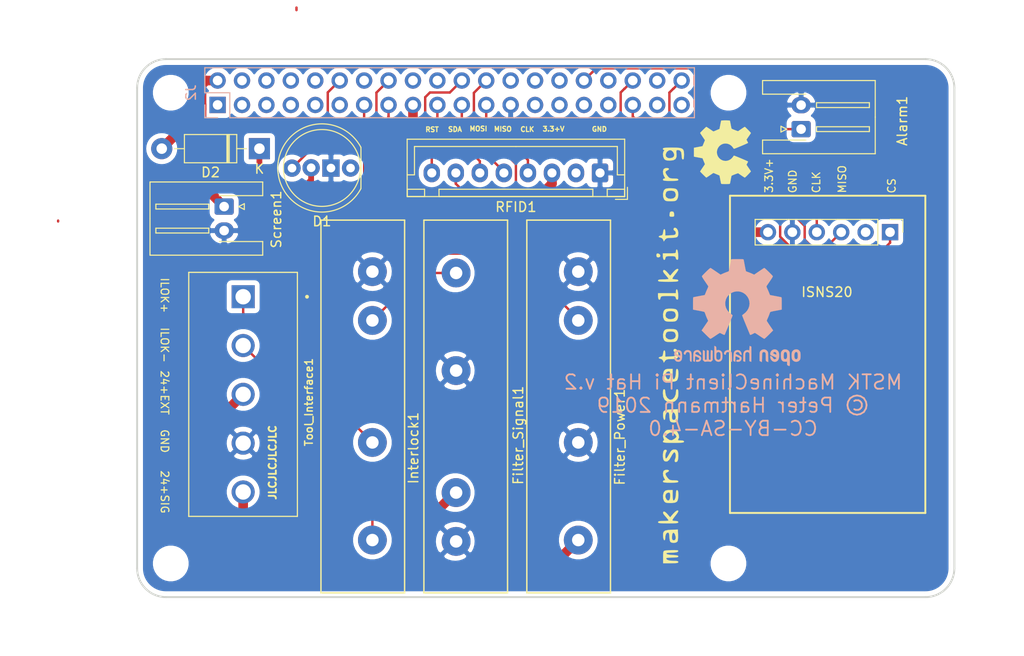
<source format=kicad_pcb>
(kicad_pcb (version 20171130) (host pcbnew "(5.1.4-0)")
  (layers (0 F.Cu signal) (31 B.Cu signal) (34 B.Paste user) (35 F.Paste user) (36 B.SilkS user) (37 F.SilkS user) (38 B.Mask user) (39 F.Mask user) (44 Edge.Cuts user))
  (net 0 "")
  (net 1 +3V3)
  (net 2 GND)
  (net 3 +5V)
  (net 4 Interlock-)
  (net 5 Interlock+)
  (net 6 24V_EXT)
  (net 7 +24V)
  (net 8 "Net-(J2-Pad20)")
  (net 9 "Net-(J2-Pad18)")
  (net 10 "Net-(J2-Pad14)")
  (net 11 "Net-(J2-Pad10)")
  (net 12 "Net-(J2-Pad9)")
  (net 13 "Net-(J2-Pad8)")
  (net 14 "Net-(J2-Pad5)")
  (net 15 "Net-(J2-Pad4)")
  (net 16 "Net-(J2-Pad3)")
  (net 17 "Net-(J2-Pad38)")
  (net 18 "Net-(J2-Pad37)")
  (net 19 "Net-(J2-Pad34)")
  (net 20 "Net-(J2-Pad30)")
  (net 21 "Net-(J2-Pad28)")
  (net 22 "Net-(J2-Pad27)")
  (net 23 "Net-(J2-Pad26)")
  (net 24 "Net-(J2-Pad6)")
  (net 25 Alarm)
  (net 26 "Net-(J2-Pad33)")
  (net 27 "Net-(J2-Pad31)")
  (net 28 "Net-(J2-Pad29)")
  (net 29 GPIO_22)
  (net 30 GPIO_27)
  (net 31 "Net-(J2-Pad1)")
  (net 32 SPI1_CLK)
  (net 33 "Net-(J2-Pad39)")
  (net 34 SPI1_CE2)
  (net 35 SPI1_MISO)
  (net 36 SPI0_SDA)
  (net 37 SPI0_CLK)
  (net 38 RST)
  (net 39 SPI0_MISO)
  (net 40 SPI0_MOSI)
  (net 41 "Net-(J2-Pad7)")
  (net 42 "Net-(ISNS20-Pad2)")
  (net 43 "Net-(RFID1-Pad2)")
  (net 44 GPIO_23)
  (net 45 "Net-(J2-Pad11)")
  (net 46 "Net-(D1-Pad3)")
  (net 47 DIN)
  (net 48 "Net-(D1-Pad2)")
  (module Symbol:OSHW-Logo2_14.6x12mm_SilkScreen (layer B.Cu) (at 38.82 12.71 180)
    (fp_text reference REF** hide)
    (fp_text value OSHW-Logo2_14.6x12mm_SilkScreen hide)
  )
  (module Symbol:OSHW-Symbol_6.7x6mm_SilkScreen (layer F.Cu) (at 37.28 -3.96 90)
    (fp_text reference REF** hide)
    (fp_text value OSHW-Symbol_6.7x6mm_SilkScreen hide)
  )
  (module LED_THT:LED_D8.0mm-ws2812 (layer F.Cu) (at -1.85 -2.33 180)
    (fp_text reference D1 (at 2.54 -5.56) (layer F.SilkS))
    (fp_text value WS2812B)
    (pad 4 thru_hole circle (at 5.65 -0.02 180) (size 1.8 1.8) (drill 0.9) (layers *.Cu *.Mask) (net 47 DIN))
    (pad 3 thru_hole circle (at 3.66 0.02 180) (size 1.8 1.8) (drill 0.9) (layers *.Cu *.Mask) (net 46 "Net-(D1-Pad3)"))
    (pad 2 thru_hole circle (at -0.44 -0.01 180) (size 1.8 1.8) (drill 0.9) (layers *.Cu *.Mask) (net 48 "Net-(D1-Pad2)"))
    (pad 1 thru_hole rect (at 1.6 -0.01 180) (size 1.8 1.8) (drill 0.9) (layers *.Cu *.Mask) (net 2 GND))
  )
  (module KF0602D:KF0602D (layer F.Cu) (at -0.1402 22.5)
    (fp_text reference Interlock1 (at 5.2702 4.32 90) (layer F.SilkS))
    (fp_text value SSR-KF0602D)
    (pad 4 thru_hole circle (at 1 13.9) (size 3 3) (drill 1.3) (layers *.Cu *.Mask) (net 5 Interlock+))
    (pad 3 thru_hole circle (at 1 3.74) (size 3 3) (drill 1.3) (layers *.Cu *.Mask) (net 4 Interlock-))
    (pad 2 thru_hole circle (at 1 -8.96) (size 3 3) (drill 1.3) (layers *.Cu *.Mask) (net 30 GPIO_27))
    (pad 1 thru_hole circle (at 1 -14.04) (size 3 3) (drill 1.3) (layers *.Cu *.Mask) (net 2 GND))
  )
  (module KF0602D:KF0602D (layer F.Cu) (at 10.567 22.5 180)
    (fp_text reference Filter_Signal1 (at -5.463 -3 90) (layer F.SilkS))
    (fp_text value SSR-KF0602D)
    (pad 4 thru_hole circle (at 1 13.9 180) (size 3 3) (drill 1.3) (layers *.Cu *.Mask) (net 44 GPIO_23))
    (pad 3 thru_hole circle (at 1 3.74 180) (size 3 3) (drill 1.3) (layers *.Cu *.Mask) (net 2 GND))
    (pad 2 thru_hole circle (at 1 -8.96 180) (size 3 3) (drill 1.3) (layers *.Cu *.Mask) (net 7 +24V))
    (pad 1 thru_hole circle (at 1 -14.04 180) (size 3 3) (drill 1.3) (layers *.Cu *.Mask) (net 2 GND))
  )
  (module KF0602D:KF0602D (layer F.Cu) (at 21.2725 22.5)
    (fp_text reference Filter_Power1 (at 5.3213 3.175 90) (layer F.SilkS))
    (fp_text value SSR-KF0602D)
    (pad 4 thru_hole circle (at 1 13.9) (size 3 3) (drill 1.3) (layers *.Cu *.Mask) (net 6 24V_EXT))
    (pad 3 thru_hole circle (at 1 3.74) (size 3 3) (drill 1.3) (layers *.Cu *.Mask) (net 2 GND))
    (pad 2 thru_hole circle (at 1 -8.96) (size 3 3) (drill 1.3) (layers *.Cu *.Mask) (net 29 GPIO_22))
    (pad 1 thru_hole circle (at 1 -14.04) (size 3 3) (drill 1.3) (layers *.Cu *.Mask) (net 2 GND))
  )
  (module MountingHole:MountingHole_2.7mm (layer F.Cu) (at 37.8968 38.8366)
    (fp_text reference REF**)
    (fp_text value MountingHole_2.7mm)
    (pad "" np_thru_hole circle (at -0.005646 0) (size 2.7 2.7) (drill 2.7) (layers *.Cu *.Mask))
  )
  (module MountingHole:MountingHole_2.7mm (layer F.Cu) (at -20.1041 38.8366)
    (fp_text reference REF**)
    (fp_text value MountingHole_2.7mm)
    (pad "" np_thru_hole circle (at -0.005646 0) (size 2.7 2.7) (drill 2.7) (layers *.Cu *.Mask))
  )
  (module mstk-silkscreen:mstk_silkscreen (layer F.Cu) (at 31.75 17.14 90)
    (fp_text reference G*** hide)
    (fp_text value LOGO hide)
  )
  (module TB010-508-05BE:CUI_TB010-508-05BE (layer F.Cu) (at -12.58 11.0744 270)
    (fp_text reference Tool_Interface1 (at 10.9756 -6.83 90) (layer F.SilkS) (effects (font (size 0.8 0.8))))
    (fp_text value Screw_Terminal_01x05 hide)
    (pad 5 thru_hole circle (at 20.32 0 270) (size 2.4 2.4) (drill 1.6) (layers *.Cu *.Mask) (net 7 +24V))
    (pad 4 thru_hole circle (at 15.24 0 270) (size 2.4 2.4) (drill 1.6) (layers *.Cu *.Mask) (net 2 GND))
    (pad 3 thru_hole circle (at 10.16 0 270) (size 2.4 2.4) (drill 1.6) (layers *.Cu *.Mask) (net 6 24V_EXT))
    (pad 2 thru_hole circle (at 5.08 0 270) (size 2.4 2.4) (drill 1.6) (layers *.Cu *.Mask) (net 5 Interlock+))
    (pad 1 thru_hole rect (at 0 0 270) (size 2.4 2.4) (drill 1.6) (layers *.Cu *.Mask) (net 4 Interlock-))
  )
  (module Connector_JST:JST_XH_S02B-XH-A-1_1x02_P2.50mm_Horizontal (layer F.Cu) (at 45.45 -6.37 90)
    (fp_text reference Alarm1 (at 0.86 10.52 90) (layer F.SilkS))
    (fp_text value Conn_01x02_Male)
    (pad 1 thru_hole roundrect (at 0 0 90) (size 1.7 2) (drill 1) (layers *.Cu *.Mask) (roundrect_rratio 0.147059) (net 25 Alarm))
    (pad 2 thru_hole oval (at 2.5 0 90) (size 1.7 2) (drill 1) (layers *.Cu *.Mask) (net 2 GND))
  )
  (module Connector_PinHeader_2.54mm:PinHeader_1x06_P2.54mm_Vertical (layer F.Cu) (at 54.6989 4.3561 270)
    (fp_text reference ISNS20 (at 6.2339 6.5589 180) (layer F.SilkS))
    (fp_text value Conn_01x06_Male)
    (pad 1 thru_hole rect (at 0 0 270) (size 1.7 1.7) (drill 1) (layers *.Cu *.Mask) (net 34 SPI1_CE2))
    (pad 2 thru_hole oval (at 0 2.54 270) (size 1.7 1.7) (drill 1) (layers *.Cu *.Mask) (net 42 "Net-(ISNS20-Pad2)"))
    (pad 3 thru_hole oval (at 0 5.08 270) (size 1.7 1.7) (drill 1) (layers *.Cu *.Mask) (net 35 SPI1_MISO))
    (pad 4 thru_hole oval (at 0 7.62 270) (size 1.7 1.7) (drill 1) (layers *.Cu *.Mask) (net 32 SPI1_CLK))
    (pad 5 thru_hole oval (at 0 10.16 270) (size 1.7 1.7) (drill 1) (layers *.Cu *.Mask) (net 2 GND))
    (pad 6 thru_hole oval (at 0 12.7 270) (size 1.7 1.7) (drill 1) (layers *.Cu *.Mask) (net 1 +3V3))
  )
  (module Connector_JST:JST_XH_B08B-XH-A_1x08_P2.50mm_Vertical (layer F.Cu) (at 24.5364 -1.8128 180)
    (fp_text reference RFID1 (at 8.75 -3.55) (layer F.SilkS))
    (fp_text value Conn_01x08_Male)
    (pad 1 thru_hole roundrect (at 0 0 180) (size 1.7 1.95) (drill 0.95) (layers *.Cu *.Mask) (roundrect_rratio 0.147059) (net 2 GND))
    (pad 2 thru_hole oval (at 2.5 0 180) (size 1.7 1.95) (drill 0.95) (layers *.Cu *.Mask) (net 43 "Net-(RFID1-Pad2)"))
    (pad 3 thru_hole oval (at 5 0 180) (size 1.7 1.95) (drill 0.95) (layers *.Cu *.Mask) (net 1 +3V3))
    (pad 4 thru_hole oval (at 7.5 0 180) (size 1.7 1.95) (drill 0.95) (layers *.Cu *.Mask) (net 37 SPI0_CLK))
    (pad 5 thru_hole oval (at 10 0 180) (size 1.7 1.95) (drill 0.95) (layers *.Cu *.Mask) (net 39 SPI0_MISO))
    (pad 6 thru_hole oval (at 12.5 0 180) (size 1.7 1.95) (drill 0.95) (layers *.Cu *.Mask) (net 40 SPI0_MOSI))
    (pad 7 thru_hole oval (at 15 0 180) (size 1.7 1.95) (drill 0.95) (layers *.Cu *.Mask) (net 36 SPI0_SDA))
    (pad 8 thru_hole oval (at 17.5 0 180) (size 1.7 1.95) (drill 0.95) (layers *.Cu *.Mask) (net 38 RST))
  )
  (module Connector_JST:JST_XH_S02B-XH-A-1_1x02_P2.50mm_Horizontal (layer F.Cu) (at -14.56 1.69 270)
    (fp_text reference Screen1 (at 1.3344 -5.4291 90) (layer F.SilkS))
    (fp_text value Conn_01x02_Male)
    (pad 2 thru_hole oval (at 2.5 0 270) (size 1.7 2) (drill 1) (layers *.Cu *.Mask) (net 2 GND))
    (pad 1 thru_hole roundrect (at 0 0 270) (size 1.7 2) (drill 1) (layers *.Cu *.Mask) (roundrect_rratio 0.147059) (net 3 +5V))
  )
  (module mstk-silkscreen:mstk-silkscreen (layer F.Cu) (at 47.9044 -1.6256)
    (fp_text reference G*** hide)
    (fp_text value LOGO hide)
  )
  (module mstk-silkscreen:mstk-silkscreen (layer F.Cu) (at 50.9778 9.525)
    (fp_text reference G*** hide)
    (fp_text value LOGO hide)
  )
  (module MountingHole:MountingHole_2.7mm (layer F.Cu) (at 37.8968 -10.160089)
    (fp_text reference REF**)
    (fp_text value MountingHole_2.7mm)
    (pad 1 np_thru_hole circle (at 0 0) (size 2.7 2.7) (drill 2.7) (layers *.Cu *.Mask))
  )
  (module MountingHole:MountingHole_2.7mm (layer F.Cu) (at -20.109746 -10.16)
    (fp_text reference REF**)
    (fp_text value MountingHole_2.7mm)
    (pad "" np_thru_hole circle (at 0 -0.000089) (size 2.7 2.7) (drill 2.7) (layers *.Cu *.Mask))
  )
  (module Connector_PinSocket_2.54mm:PinSocket_2x20_P2.54mm_Vertical (layer B.Cu) (at -15.24 -8.89 270)
    (fp_text reference J2 (at -1.27 2.77 270) (layer B.SilkS) (effects (justify mirror)))
    (fp_text value Conn_02x20_Odd_Even)
    (pad 40 thru_hole oval (at -2.54 -48.26 270) (size 1.7 1.7) (drill 1) (layers *.Cu *.Mask) (net 32 SPI1_CLK))
    (pad 39 thru_hole oval (at 0 -48.26 270) (size 1.7 1.7) (drill 1) (layers *.Cu *.Mask) (net 33 "Net-(J2-Pad39)"))
    (pad 38 thru_hole oval (at -2.54 -45.72 270) (size 1.7 1.7) (drill 1) (layers *.Cu *.Mask) (net 17 "Net-(J2-Pad38)"))
    (pad 37 thru_hole oval (at 0 -45.72 270) (size 1.7 1.7) (drill 1) (layers *.Cu *.Mask) (net 18 "Net-(J2-Pad37)"))
    (pad 36 thru_hole oval (at -2.54 -43.18 270) (size 1.7 1.7) (drill 1) (layers *.Cu *.Mask) (net 34 SPI1_CE2))
    (pad 35 thru_hole oval (at 0 -43.18 270) (size 1.7 1.7) (drill 1) (layers *.Cu *.Mask) (net 35 SPI1_MISO))
    (pad 34 thru_hole oval (at -2.54 -40.64 270) (size 1.7 1.7) (drill 1) (layers *.Cu *.Mask) (net 19 "Net-(J2-Pad34)"))
    (pad 33 thru_hole oval (at 0 -40.64 270) (size 1.7 1.7) (drill 1) (layers *.Cu *.Mask) (net 26 "Net-(J2-Pad33)"))
    (pad 32 thru_hole oval (at -2.54 -38.1 270) (size 1.7 1.7) (drill 1) (layers *.Cu *.Mask) (net 25 Alarm))
    (pad 31 thru_hole oval (at 0 -38.1 270) (size 1.7 1.7) (drill 1) (layers *.Cu *.Mask) (net 27 "Net-(J2-Pad31)"))
    (pad 30 thru_hole oval (at -2.54 -35.56 270) (size 1.7 1.7) (drill 1) (layers *.Cu *.Mask) (net 20 "Net-(J2-Pad30)"))
    (pad 29 thru_hole oval (at 0 -35.56 270) (size 1.7 1.7) (drill 1) (layers *.Cu *.Mask) (net 28 "Net-(J2-Pad29)"))
    (pad 28 thru_hole oval (at -2.54 -33.02 270) (size 1.7 1.7) (drill 1) (layers *.Cu *.Mask) (net 21 "Net-(J2-Pad28)"))
    (pad 27 thru_hole oval (at 0 -33.02 270) (size 1.7 1.7) (drill 1) (layers *.Cu *.Mask) (net 22 "Net-(J2-Pad27)"))
    (pad 26 thru_hole oval (at -2.54 -30.48 270) (size 1.7 1.7) (drill 1) (layers *.Cu *.Mask) (net 23 "Net-(J2-Pad26)"))
    (pad 25 thru_hole oval (at 0 -30.48 270) (size 1.7 1.7) (drill 1) (layers *.Cu *.Mask) (net 2 GND))
    (pad 24 thru_hole oval (at -2.54 -27.94 270) (size 1.7 1.7) (drill 1) (layers *.Cu *.Mask) (net 36 SPI0_SDA))
    (pad 23 thru_hole oval (at 0 -27.94 270) (size 1.7 1.7) (drill 1) (layers *.Cu *.Mask) (net 37 SPI0_CLK))
    (pad 22 thru_hole oval (at -2.54 -25.4 270) (size 1.7 1.7) (drill 1) (layers *.Cu *.Mask) (net 38 RST))
    (pad 21 thru_hole oval (at 0 -25.4 270) (size 1.7 1.7) (drill 1) (layers *.Cu *.Mask) (net 39 SPI0_MISO))
    (pad 20 thru_hole oval (at -2.54 -22.86 270) (size 1.7 1.7) (drill 1) (layers *.Cu *.Mask) (net 8 "Net-(J2-Pad20)"))
    (pad 19 thru_hole oval (at 0 -22.86 270) (size 1.7 1.7) (drill 1) (layers *.Cu *.Mask) (net 40 SPI0_MOSI))
    (pad 18 thru_hole oval (at -2.54 -20.32 270) (size 1.7 1.7) (drill 1) (layers *.Cu *.Mask) (net 9 "Net-(J2-Pad18)"))
    (pad 17 thru_hole oval (at 0 -20.32 270) (size 1.7 1.7) (drill 1) (layers *.Cu *.Mask) (net 1 +3V3))
    (pad 16 thru_hole oval (at -2.54 -17.78 270) (size 1.7 1.7) (drill 1) (layers *.Cu *.Mask) (net 44 GPIO_23))
    (pad 15 thru_hole oval (at 0 -17.78 270) (size 1.7 1.7) (drill 1) (layers *.Cu *.Mask) (net 29 GPIO_22))
    (pad 14 thru_hole oval (at -2.54 -15.24 270) (size 1.7 1.7) (drill 1) (layers *.Cu *.Mask) (net 10 "Net-(J2-Pad14)"))
    (pad 13 thru_hole oval (at 0 -15.24 270) (size 1.7 1.7) (drill 1) (layers *.Cu *.Mask) (net 30 GPIO_27))
    (pad 12 thru_hole oval (at -2.54 -12.7 270) (size 1.7 1.7) (drill 1) (layers *.Cu *.Mask) (net 47 DIN))
    (pad 11 thru_hole oval (at 0 -12.7 270) (size 1.7 1.7) (drill 1) (layers *.Cu *.Mask) (net 45 "Net-(J2-Pad11)"))
    (pad 10 thru_hole oval (at -2.54 -10.16 270) (size 1.7 1.7) (drill 1) (layers *.Cu *.Mask) (net 11 "Net-(J2-Pad10)"))
    (pad 9 thru_hole oval (at 0 -10.16 270) (size 1.7 1.7) (drill 1) (layers *.Cu *.Mask) (net 12 "Net-(J2-Pad9)"))
    (pad 8 thru_hole oval (at -2.54 -7.62 270) (size 1.7 1.7) (drill 1) (layers *.Cu *.Mask) (net 13 "Net-(J2-Pad8)"))
    (pad 7 thru_hole oval (at 0 -7.62 270) (size 1.7 1.7) (drill 1) (layers *.Cu *.Mask) (net 41 "Net-(J2-Pad7)"))
    (pad 6 thru_hole oval (at -2.54 -5.08 270) (size 1.7 1.7) (drill 1) (layers *.Cu *.Mask) (net 24 "Net-(J2-Pad6)"))
    (pad 5 thru_hole oval (at 0 -5.08 270) (size 1.7 1.7) (drill 1) (layers *.Cu *.Mask) (net 14 "Net-(J2-Pad5)"))
    (pad 4 thru_hole oval (at -2.54 -2.54 270) (size 1.7 1.7) (drill 1) (layers *.Cu *.Mask) (net 15 "Net-(J2-Pad4)"))
    (pad 3 thru_hole oval (at 0 -2.54 270) (size 1.7 1.7) (drill 1) (layers *.Cu *.Mask) (net 16 "Net-(J2-Pad3)"))
    (pad 2 thru_hole oval (at -2.54 0 270) (size 1.7 1.7) (drill 1) (layers *.Cu *.Mask) (net 3 +5V))
    (pad 1 thru_hole rect (at 0 0 270) (size 1.7 1.7) (drill 1) (layers *.Cu *.Mask) (net 31 "Net-(J2-Pad1)"))
  )
  (module Diode_THT:D_DO-41_SOD81_P10.16mm_Horizontal (layer F.Cu) (at -10.89 -4.34 180)
    (fp_text reference D2 (at 5.08 -2.47) (layer F.SilkS))
    (fp_text value 1N4001)
    (fp_text user K (at 0 -2.1) (layer F.SilkS))
    (pad 1 thru_hole rect (at 0 0 180) (size 2.2 2.2) (drill 1.1) (layers *.Cu *.Mask) (net 46 "Net-(D1-Pad3)"))
    (pad 2 thru_hole oval (at 10.16 0 180) (size 2.2 2.2) (drill 1.1) (layers *.Cu *.Mask) (net 3 +5V))
  )
  (gr_text CS (at 54.87 -0.47 90) (layer F.SilkS) (effects (font (size 0.8 0.8) (thickness 0.125))))
  (gr_text MISO (at 49.72 -1.16 90) (layer F.SilkS) (effects (font (size 0.8 0.8) (thickness 0.125))))
  (gr_text CLK (at 47.03 -0.84 90) (layer F.SilkS) (effects (font (size 0.8 0.8) (thickness 0.125))))
  (gr_text 3.3V+ (at 42.11 -1.53 90) (layer F.SilkS) (effects (font (size 0.8 0.8) (thickness 0.125))))
  (gr_text GND (at 44.57 -0.93 90) (layer F.SilkS) (effects (font (size 0.8 0.8) (thickness 0.125))))
  (gr_text GND (at 24.47 -6.37) (layer F.SilkS) (effects (font (size 0.5 0.5) (thickness 0.125))))
  (gr_text 3.3+V (at 19.7 -6.39) (layer F.SilkS) (effects (font (size 0.5 0.5) (thickness 0.125))))
  (gr_text RST (at 7.07 -6.33) (layer F.SilkS) (effects (font (size 0.5 0.5) (thickness 0.125))))
  (gr_text SDA (at 9.45 -6.35) (layer F.SilkS) (effects (font (size 0.5 0.5) (thickness 0.125))))
  (gr_text MOSI (at 11.89 -6.41) (layer F.SilkS) (effects (font (size 0.5 0.5) (thickness 0.125))))
  (gr_text MISO (at 14.43 -6.38) (layer F.SilkS) (effects (font (size 0.5 0.5) (thickness 0.125))))
  (gr_text CLK (at 16.97 -6.35) (layer F.SilkS) (effects (font (size 0.5 0.5) (thickness 0.125))))
  (gr_text 24+SIG (at -20.74 31.39 270) (layer F.SilkS) (effects (font (size 0.8 0.8) (thickness 0.125))))
  (gr_text 24+EXT (at -20.75 21.06 270) (layer F.SilkS) (effects (font (size 0.8 0.8) (thickness 0.125))))
  (gr_text ILOK- (at -20.75 16.1 270) (layer F.SilkS) (effects (font (size 0.8 0.8) (thickness 0.125))))
  (gr_text ILOK+ (at -20.75 10.93 270) (layer F.SilkS) (effects (font (size 0.8 0.8) (thickness 0.125))))
  (gr_text GND (at -20.75 26.1 270) (layer F.SilkS) (effects (font (size 0.8 0.8) (thickness 0.125))))
  (gr_text "MSTK MachineClient Pi Hat v.2\n© Peter Hartmann 2019\nCC-BY-SA-4.0" (at 38.37 22.38) (layer B.SilkS) (effects (font (size 1.5 1.5) (thickness 0.1875)) (justify mirror)))
  (gr_text JLCJLCJLCJLC (at -9.52 28.33 90) (layer F.SilkS) (effects (font (size 0.75 0.75) (thickness 0.1875))))
  (gr_line (start 58.369199 33.578801) (end 58.369199 0.558801) (layer F.SilkS) (width 0.2))
  (gr_line (start 38.049199 33.578801) (end 58.369199 33.578801) (layer F.SilkS) (width 0.2))
  (gr_line (start 38.049199 0.558801) (end 38.049199 33.578801) (layer F.SilkS) (width 0.2))
  (gr_line (start 58.369199 0.558801) (end 38.049199 0.558801) (layer F.SilkS) (width 0.2))
  (gr_curve (pts (xy 61.388983 -10.659972) (xy 61.388983 -12.316719) (xy 60.046085 -13.659961) (xy 58.388994 -13.659961)) (layer Edge.Cuts) (width 0.2))
  (gr_curve (pts (xy 61.388983 39.339215) (xy 61.388983 39.339215) (xy 61.388983 -10.659972) (xy 61.388983 -10.659972)) (layer Edge.Cuts) (width 0.2))
  (gr_curve (pts (xy 58.388994 42.339204) (xy 60.046085 42.339204) (xy 61.388983 40.995617) (xy 61.388983 39.339215)) (layer Edge.Cuts) (width 0.2))
  (gr_curve (pts (xy -23.609618 39.339215) (xy -23.609618 40.995617) (xy -22.266376 42.339204) (xy -20.609629 42.339204)) (layer Edge.Cuts) (width 0.2))
  (gr_curve (pts (xy -23.609618 -10.659972) (xy -23.609618 -10.659972) (xy -23.609618 39.339215) (xy -23.609618 39.339215)) (layer Edge.Cuts) (width 0.2))
  (gr_curve (pts (xy -20.609629 -13.659961) (xy -22.266376 -13.659961) (xy -23.609618 -12.316719) (xy -23.609618 -10.659972)) (layer Edge.Cuts) (width 0.2))
  (gr_curve (pts (xy 58.388994 -13.659961) (xy 58.388994 -13.659961) (xy -20.609629 -13.659961) (xy -20.609629 -13.659961)) (layer Edge.Cuts) (width 0.2))
  (gr_curve (pts (xy -20.609629 42.339204) (xy -20.609629 42.339204) (xy 58.388994 42.339204) (xy 58.388994 42.339204)) (layer Edge.Cuts) (width 0.2))
  (segment (start -31.8262 3.1496) (end -31.8262 3.2385) (width 0.25) (layer F.Cu) (net 0))
  (segment (start -7.0358 -18.7579) (end -7.0358 -19.0246) (width 0.25) (layer F.Cu) (net 0))
  (segment (start 50.92 23.51) (end 50.92 23.71) (width 0.25) (layer F.Cu) (net 0))
  (segment (start 5.08 -8.89) (end 5.08 -5.1943) (width 1) (layer F.Cu) (net 1))
  (segment (start 5.08 -5.1943) (end 4.2672 -4.3815) (width 1) (layer F.Cu) (net 1))
  (segment (start 4.2672 -4.3815) (end 4.2672 1.8415) (width 1) (layer F.Cu) (net 1))
  (segment (start 4.2672 1.8415) (end 4.8133 2.3876) (width 1) (layer F.Cu) (net 1))
  (segment (start 19.5364 -0.6878) (end 19.5364 -0.8128) (width 0.6) (layer F.Cu) (net 1))
  (segment (start 4.8133 2.3876) (end 16.461 2.3876) (width 1) (layer F.Cu) (net 1))
  (segment (start 16.461 2.3876) (end 35.9918 2.3876) (width 1) (layer F.Cu) (net 1))
  (segment (start 37.9603 4.3561) (end 41.9989 4.3561) (width 1) (layer F.Cu) (net 1))
  (segment (start 35.9918 2.3876) (end 37.9603 4.3561) (width 1) (layer F.Cu) (net 1))
  (segment (start 16.461 2.3876) (end 19.5364 -0.6878) (width 1) (layer F.Cu) (net 1))
  (segment (start 19.5364 -0.6878) (end 19.5364 -1.8128) (width 1) (layer F.Cu) (net 1))
  (segment (start -16.442081 -11.43) (end -16.91 -10.962081) (width 1) (layer F.Cu) (net 3))
  (segment (start -15.24 -11.43) (end -16.442081 -11.43) (width 1) (layer F.Cu) (net 3))
  (segment (start -16.91 -7.41) (end -16.91 -6.66) (width 1) (layer F.Cu) (net 3))
  (segment (start -16.91 -8.89) (end -16.91 -8.48) (width 1) (layer F.Cu) (net 3))
  (segment (start -16.91 -10.962081) (end -16.91 -8.89) (width 1) (layer F.Cu) (net 3))
  (segment (start -16.91 -8.48) (end -21.05 -4.34) (width 1) (layer F.Cu) (net 3))
  (segment (start -16.91 -8.89) (end -16.91 -7.41) (width 1) (layer F.Cu) (net 3))
  (segment (start -16.91 -0.66) (end -14.56 1.69) (width 1) (layer F.Cu) (net 3))
  (segment (start -16.91 -7.41) (end -16.91 -0.66) (width 1) (layer F.Cu) (net 3))
  (segment (start -12.58 12.8002) (end -12.58 11.0744) (width 0.25) (layer F.Cu) (net 4))
  (segment (start 0.8598 26.24) (end -12.58 12.8002) (width 0.25) (layer F.Cu) (net 4))
  (segment (start 0.8598 29.5942) (end -12.58 16.1544) (width 0.25) (layer F.Cu) (net 5))
  (segment (start 0.8598 36.4171) (end 0.8598 29.5942) (width 0.25) (layer F.Cu) (net 5))
  (segment (start 17.5245 41.148) (end 22.2725 36.4) (width 1) (layer F.Cu) (net 6))
  (segment (start -7.6835 41.148) (end 17.5245 41.148) (width 1) (layer F.Cu) (net 6))
  (segment (start -16.08575 32.74575) (end -7.6835 41.148) (width 1) (layer F.Cu) (net 6))
  (segment (start -16.08575 24.74015) (end -12.58 21.2344) (width 1) (layer F.Cu) (net 6))
  (segment (start -16.08575 32.74575) (end -16.08575 24.74015) (width 1) (layer F.Cu) (net 6))
  (segment (start -12.58 33.71) (end -12.58 31.3944) (width 1) (layer F.Cu) (net 7))
  (segment (start -12.6 33.73) (end -12.58 33.71) (width 1) (layer F.Cu) (net 7))
  (segment (start -10.81 35.52) (end -12.6 33.73) (width 1) (layer F.Cu) (net 7))
  (segment (start -10.78 35.52) (end -10.81 35.52) (width 0.6) (layer F.Cu) (net 7))
  (segment (start 2.007 38.93) (end 2.0085 38.9285) (width 1) (layer F.Cu) (net 7))
  (segment (start 9.477 31.46) (end 2.0085 38.9285) (width 1) (layer F.Cu) (net 7))
  (segment (start -7.37 38.93) (end -10.78 35.52) (width 1) (layer F.Cu) (net 7))
  (segment (start 2.0085 38.9285) (end 2.0085 38.9515) (width 1) (layer F.Cu) (net 7))
  (segment (start 2.0085 38.9515) (end 1.36 39.6) (width 1) (layer F.Cu) (net 7))
  (segment (start -6.7 39.6) (end -7.37 38.93) (width 1) (layer F.Cu) (net 7))
  (segment (start 1.36 39.6) (end -6.7 39.6) (width 1) (layer F.Cu) (net 7))
  (segment (start 23.709999 -12.279999) (end 22.86 -11.43) (width 0.25) (layer F.Cu) (net 25))
  (segment (start 23.722699 -12.279999) (end 23.709999 -12.279999) (width 0.25) (layer F.Cu) (net 25))
  (segment (start 33.8582 -12.7) (end 24.1427 -12.7) (width 0.25) (layer F.Cu) (net 25))
  (segment (start 24.1427 -12.7) (end 23.722699 -12.279999) (width 0.25) (layer F.Cu) (net 25))
  (segment (start 34.3789 -8.7122) (end 34.3789 -12.1793) (width 0.25) (layer F.Cu) (net 25))
  (segment (start 36.7211 -6.37) (end 34.3789 -8.7122) (width 0.25) (layer F.Cu) (net 25))
  (segment (start 34.3789 -12.1793) (end 33.8582 -12.7) (width 0.25) (layer F.Cu) (net 25))
  (segment (start 45.45 -6.37) (end 36.7211 -6.37) (width 0.25) (layer F.Cu) (net 25))
  (segment (start 2.54 -7.687919) (end 2.5273 -7.675219) (width 0.25) (layer F.Cu) (net 29))
  (segment (start 2.54 -8.89) (end 2.54 -7.687919) (width 0.25) (layer F.Cu) (net 29))
  (segment (start 2.5273 -7.675219) (end 2.5273 -1.0033) (width 0.25) (layer F.Cu) (net 29))
  (segment (start 21.715001 12.845901) (end 22.477 13.6079) (width 0.25) (layer F.Cu) (net 29))
  (segment (start 2.5273 -1.0033) (end 2.5273 1.143) (width 0.25) (layer F.Cu) (net 29))
  (segment (start 7.5606 6.5827) (end 15.4518 6.5827) (width 0.25) (layer F.Cu) (net 29))
  (segment (start 2.5273 1.5494) (end 7.5606 6.5827) (width 0.25) (layer F.Cu) (net 29))
  (segment (start 15.4518 6.5827) (end 21.715001 12.845901) (width 0.25) (layer F.Cu) (net 29))
  (segment (start 2.5273 1.143) (end 2.5273 1.5494) (width 0.25) (layer F.Cu) (net 29))
  (segment (start 0.097801 12.795101) (end 0.8598 13.5571) (width 0.25) (layer F.Cu) (net 30))
  (segment (start 4.05 10.3498) (end 0.8598 13.54) (width 0.25) (layer F.Cu) (net 30))
  (segment (start 4.05 7.56) (end 4.05 10.3498) (width 0.25) (layer F.Cu) (net 30))
  (segment (start 0 3.51) (end 4.05 7.56) (width 0.25) (layer F.Cu) (net 30))
  (segment (start 0 -8.89) (end 0 3.51) (width 0.25) (layer F.Cu) (net 30))
  (segment (start 32.170001 -10.580001) (end 32.157301 -10.580001) (width 0.25) (layer F.Cu) (net 32))
  (segment (start 33.02 -11.43) (end 32.170001 -10.580001) (width 0.25) (layer F.Cu) (net 32))
  (segment (start 32.157301 -10.580001) (end 31.75 -10.1727) (width 0.25) (layer F.Cu) (net 32))
  (segment (start 31.75 -10.1727) (end 31.75 -6.4008) (width 0.25) (layer F.Cu) (net 32))
  (segment (start 31.75 -6.4008) (end 37.1983 -0.9525) (width 0.25) (layer F.Cu) (net 32))
  (segment (start 37.1983 -0.9525) (end 43.0657 -0.9525) (width 0.25) (layer F.Cu) (net 32))
  (segment (start 47.0789 3.0607) (end 47.0789 4.3561) (width 0.25) (layer F.Cu) (net 32))
  (segment (start 43.0657 -0.9525) (end 47.0789 3.0607) (width 0.25) (layer F.Cu) (net 32))
  (segment (start 27.090001 -10.580001) (end 27.077301 -10.580001) (width 0.25) (layer F.Cu) (net 34))
  (segment (start 27.94 -11.43) (end 27.090001 -10.580001) (width 0.25) (layer F.Cu) (net 34))
  (segment (start 27.077301 -10.580001) (end 26.6827 -10.1854) (width 0.25) (layer F.Cu) (net 34))
  (segment (start 26.6827 -10.1854) (end 26.6827 -6.3246) (width 0.25) (layer F.Cu) (net 34))
  (segment (start 26.6827 -6.3246) (end 33.9725 0.9652) (width 0.25) (layer F.Cu) (net 34))
  (segment (start 33.9725 0.9652) (end 40.9194 0.9652) (width 0.25) (layer F.Cu) (net 34))
  (segment (start 40.9194 0.9652) (end 43.2689 3.3147) (width 0.25) (layer F.Cu) (net 34))
  (segment (start 43.2689 3.3147) (end 43.2689 4.825102) (width 0.25) (layer F.Cu) (net 34))
  (segment (start 43.2689 4.825102) (end 45.441498 6.9977) (width 0.25) (layer F.Cu) (net 34))
  (segment (start 54.6989 5.4561) (end 54.6989 4.3561) (width 0.25) (layer F.Cu) (net 34))
  (segment (start 53.1573 6.9977) (end 54.6989 5.4561) (width 0.25) (layer F.Cu) (net 34))
  (segment (start 45.441498 6.9977) (end 53.1573 6.9977) (width 0.25) (layer F.Cu) (net 34))
  (segment (start 27.94 -7.687919) (end 35.818419 0.1905) (width 0.25) (layer F.Cu) (net 35))
  (segment (start 27.94 -8.89) (end 27.94 -7.687919) (width 0.25) (layer F.Cu) (net 35))
  (segment (start 42.3023 0.1905) (end 45.8216 3.7098) (width 0.25) (layer F.Cu) (net 35))
  (segment (start 35.818419 0.1905) (end 42.3023 0.1905) (width 0.25) (layer F.Cu) (net 35))
  (segment (start 45.8216 3.7098) (end 45.8216 5.1308) (width 0.25) (layer F.Cu) (net 35))
  (segment (start 45.8216 5.1308) (end 46.8249 6.1341) (width 0.25) (layer F.Cu) (net 35))
  (segment (start 47.8409 6.1341) (end 49.6189 4.3561) (width 0.25) (layer F.Cu) (net 35))
  (segment (start 46.8249 6.1341) (end 47.8409 6.1341) (width 0.25) (layer F.Cu) (net 35))
  (segment (start 9.5364 -0.6878) (end 9.5364 -0.8128) (width 0.25) (layer F.Cu) (net 36))
  (segment (start 9.5364 -0.6878) (end 9.5364 -1.8128) (width 0.25) (layer F.Cu) (net 36))
  (segment (start 11.4173 -10.1473) (end 12.7 -11.43) (width 0.25) (layer F.Cu) (net 36))
  (segment (start 11.4173 -7.0866) (end 11.4173 -10.1473) (width 0.25) (layer F.Cu) (net 36))
  (segment (start 14.9479 -3.556) (end 11.4173 -7.0866) (width 0.25) (layer F.Cu) (net 36))
  (segment (start 14.9606 -3.556) (end 14.9479 -3.556) (width 0.25) (layer F.Cu) (net 36))
  (segment (start 15.7861 -2.7305) (end 14.9606 -3.556) (width 0.25) (layer F.Cu) (net 36))
  (segment (start 15.7861 0.7112) (end 15.7861 -2.7305) (width 0.25) (layer F.Cu) (net 36))
  (segment (start 15.367 1.1303) (end 15.7861 0.7112) (width 0.25) (layer F.Cu) (net 36))
  (segment (start 11.3545 1.1303) (end 15.367 1.1303) (width 0.25) (layer F.Cu) (net 36))
  (segment (start 9.5364 -0.6878) (end 11.3545 1.1303) (width 0.25) (layer F.Cu) (net 36))
  (segment (start 12.7 -7.493) (end 12.7 -8.89) (width 0.25) (layer F.Cu) (net 37))
  (segment (start 17.0364 -3.1566) (end 12.7 -7.493) (width 0.25) (layer F.Cu) (net 37))
  (segment (start 17.0364 -1.8128) (end 17.0364 -3.1566) (width 0.25) (layer F.Cu) (net 37))
  (segment (start 8.9154 -10.1854) (end 6.8453 -10.1854) (width 0.25) (layer F.Cu) (net 38))
  (segment (start 6.35 -4.1148) (end 7.0364 -3.4284) (width 0.25) (layer F.Cu) (net 38))
  (segment (start 6.35 -9.6901) (end 6.35 -4.1148) (width 0.25) (layer F.Cu) (net 38))
  (segment (start 6.8453 -10.1854) (end 6.35 -9.6901) (width 0.25) (layer F.Cu) (net 38))
  (segment (start 10.16 -11.43) (end 8.9154 -10.1854) (width 0.25) (layer F.Cu) (net 38))
  (segment (start 7.0364 -3.4284) (end 7.0364 -1.8128) (width 0.25) (layer F.Cu) (net 38))
  (segment (start 10.16 -6.4516) (end 10.16 -8.89) (width 0.25) (layer F.Cu) (net 39))
  (segment (start 14.5364 -1.9378) (end 10.16 -6.3142) (width 0.25) (layer F.Cu) (net 39))
  (segment (start 10.16 -6.3142) (end 10.16 -6.4516) (width 0.25) (layer F.Cu) (net 39))
  (segment (start 14.5364 -1.8128) (end 14.5364 -1.9378) (width 0.25) (layer F.Cu) (net 39))
  (segment (start 7.62 -7.4542) (end 7.62 -7.62) (width 0.25) (layer F.Cu) (net 40))
  (segment (start 12.0364 -1.8128) (end 12.0364 -3.0378) (width 0.25) (layer F.Cu) (net 40))
  (segment (start 12.0364 -3.0378) (end 7.62 -7.4542) (width 0.25) (layer F.Cu) (net 40))
  (segment (start 7.62 -8.89) (end 7.62 -7.62) (width 0.25) (layer F.Cu) (net 40))
  (segment (start 8.39937 8.6679) (end 9.477 8.6679) (width 0.25) (layer F.Cu) (net 44))
  (segment (start 6.72 8.6) (end 9.477 8.6) (width 0.25) (layer F.Cu) (net 44))
  (segment (start 1.28 3.16) (end 6.72 8.6) (width 0.25) (layer F.Cu) (net 44))
  (segment (start 1.28 -10.17) (end 1.28 3.16) (width 0.25) (layer F.Cu) (net 44))
  (segment (start 2.54 -11.43) (end 1.28 -10.17) (width 0.25) (layer F.Cu) (net 44))
  (segment (start -10.89 -2.64) (end -8.84 -0.59) (width 0.6) (layer F.Cu) (net 46))
  (segment (start -10.89 -4.34) (end -10.89 -2.64) (width 0.6) (layer F.Cu) (net 46))
  (segment (start -5.51 -1.077208) (end -5.51 -2.35) (width 0.6) (layer F.Cu) (net 46))
  (segment (start -5.997208 -0.59) (end -5.51 -1.077208) (width 0.6) (layer F.Cu) (net 46))
  (segment (start -8.84 -0.59) (end -5.997208 -0.59) (width 0.6) (layer F.Cu) (net 46))
  (segment (start -2.54 -11.43) (end -3.78 -10.19) (width 0.25) (layer F.Cu) (net 47))
  (segment (start -3.78 -6.03) (end -7.5 -2.31) (width 0.25) (layer F.Cu) (net 47))
  (segment (start -3.78 -10.19) (end -3.78 -6.03) (width 0.25) (layer F.Cu) (net 47))
  (zone (net 2) (net_name GND) (layer B.Cu) (connect_pads (clearance 0.508)) (min_thickness 0.254) (fill yes (arc_segments 32) (thermal_gap 0.508) (thermal_bridge_width 0.508))
    (polygon (pts (xy -37.8714 -19.812) (xy 68.1228 -19.7866) (xy 68.6308 48.4759) (xy -37.3634 48.4505)))
  )
)
</source>
